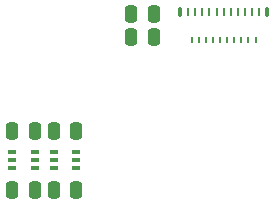
<source format=gbr>
%TF.GenerationSoftware,KiCad,Pcbnew,9.0.0-rc3-b7b28e555e~182~ubuntu24.04.1*%
%TF.CreationDate,2025-02-14T00:47:14-05:00*%
%TF.ProjectId,SharpBreakout,53686172-7042-4726-9561-6b6f75742e6b,rev?*%
%TF.SameCoordinates,Original*%
%TF.FileFunction,Paste,Top*%
%TF.FilePolarity,Positive*%
%FSLAX46Y46*%
G04 Gerber Fmt 4.6, Leading zero omitted, Abs format (unit mm)*
G04 Created by KiCad (PCBNEW 9.0.0-rc3-b7b28e555e~182~ubuntu24.04.1) date 2025-02-14 00:47:14*
%MOMM*%
%LPD*%
G01*
G04 APERTURE LIST*
G04 Aperture macros list*
%AMRoundRect*
0 Rectangle with rounded corners*
0 $1 Rounding radius*
0 $2 $3 $4 $5 $6 $7 $8 $9 X,Y pos of 4 corners*
0 Add a 4 corners polygon primitive as box body*
4,1,4,$2,$3,$4,$5,$6,$7,$8,$9,$2,$3,0*
0 Add four circle primitives for the rounded corners*
1,1,$1+$1,$2,$3*
1,1,$1+$1,$4,$5*
1,1,$1+$1,$6,$7*
1,1,$1+$1,$8,$9*
0 Add four rect primitives between the rounded corners*
20,1,$1+$1,$2,$3,$4,$5,0*
20,1,$1+$1,$4,$5,$6,$7,0*
20,1,$1+$1,$6,$7,$8,$9,0*
20,1,$1+$1,$8,$9,$2,$3,0*%
G04 Aperture macros list end*
%ADD10RoundRect,0.250000X0.250000X0.475000X-0.250000X0.475000X-0.250000X-0.475000X0.250000X-0.475000X0*%
%ADD11RoundRect,0.250000X-0.250000X-0.475000X0.250000X-0.475000X0.250000X0.475000X-0.250000X0.475000X0*%
%ADD12RoundRect,0.062500X0.062500X0.297500X-0.062500X0.297500X-0.062500X-0.297500X0.062500X-0.297500X0*%
%ADD13RoundRect,0.062500X0.062500X0.197500X-0.062500X0.197500X-0.062500X-0.197500X0.062500X-0.197500X0*%
%ADD14RoundRect,0.075000X0.075000X0.350000X-0.075000X0.350000X-0.075000X-0.350000X0.075000X-0.350000X0*%
%ADD15RoundRect,0.100000X-0.225000X-0.100000X0.225000X-0.100000X0.225000X0.100000X-0.225000X0.100000X0*%
G04 APERTURE END LIST*
D10*
%TO.C,C1*%
X138850000Y-84100000D03*
X136950000Y-84100000D03*
%TD*%
%TO.C,C5*%
X132300000Y-99000000D03*
X130400000Y-99000000D03*
%TD*%
%TO.C,C3*%
X128800000Y-99000000D03*
X126900000Y-99000000D03*
%TD*%
D11*
%TO.C,C4*%
X126900000Y-94000000D03*
X128800000Y-94000000D03*
%TD*%
D12*
%TO.C,J1*%
X147780000Y-83925000D03*
D13*
X147480000Y-86355000D03*
D12*
X147180000Y-83925000D03*
D13*
X146880000Y-86355000D03*
D12*
X146580000Y-83925000D03*
D13*
X146280000Y-86355000D03*
D12*
X145980000Y-83925000D03*
D13*
X145680000Y-86355000D03*
D12*
X145380000Y-83925000D03*
D13*
X145080000Y-86355000D03*
D12*
X144780000Y-83925000D03*
D13*
X144480000Y-86355000D03*
D12*
X144180000Y-83925000D03*
D13*
X143880000Y-86355000D03*
D12*
X143580000Y-83925000D03*
D13*
X143280000Y-86355000D03*
D12*
X142980000Y-83925000D03*
D13*
X142680000Y-86355000D03*
D12*
X142380000Y-83925000D03*
D13*
X142080000Y-86355000D03*
D12*
X141780000Y-83925000D03*
D14*
X148490000Y-83990000D03*
X141070000Y-83990000D03*
%TD*%
D11*
%TO.C,C6*%
X130400000Y-94000000D03*
X132300000Y-94000000D03*
%TD*%
D15*
%TO.C,U2*%
X130400000Y-95850000D03*
X130400000Y-96500000D03*
X130400000Y-97150000D03*
X132300000Y-97150000D03*
X132300000Y-96500000D03*
X132300000Y-95850000D03*
%TD*%
%TO.C,U1*%
X126900000Y-95850000D03*
X126900000Y-96500000D03*
X126900000Y-97150000D03*
X128800000Y-97150000D03*
X128800000Y-96500000D03*
X128800000Y-95850000D03*
%TD*%
D10*
%TO.C,C2*%
X138850000Y-86100000D03*
X136950000Y-86100000D03*
%TD*%
M02*

</source>
